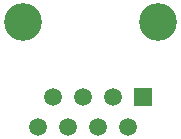
<source format=gbs>
%TF.GenerationSoftware,KiCad,Pcbnew,8.0.4*%
%TF.CreationDate,2024-08-22T22:44:09+01:00*%
%TF.ProjectId,PicoChainTerminator,5069636f-4368-4616-996e-5465726d696e,v1.1*%
%TF.SameCoordinates,Original*%
%TF.FileFunction,Soldermask,Bot*%
%TF.FilePolarity,Negative*%
%FSLAX46Y46*%
G04 Gerber Fmt 4.6, Leading zero omitted, Abs format (unit mm)*
G04 Created by KiCad (PCBNEW 8.0.4) date 2024-08-22 22:44:09*
%MOMM*%
%LPD*%
G01*
G04 APERTURE LIST*
%ADD10C,3.200000*%
%ADD11R,1.500000X1.500000*%
%ADD12C,1.500000*%
G04 APERTURE END LIST*
D10*
%TO.C,J1*%
X104254500Y-72527000D03*
X92824500Y-72527000D03*
D11*
X102984500Y-78877000D03*
D12*
X101714500Y-81417000D03*
X100444500Y-78877000D03*
X99174500Y-81417000D03*
X97904500Y-78877000D03*
X96634500Y-81417000D03*
X95364500Y-78877000D03*
X94094500Y-81417000D03*
%TD*%
M02*

</source>
